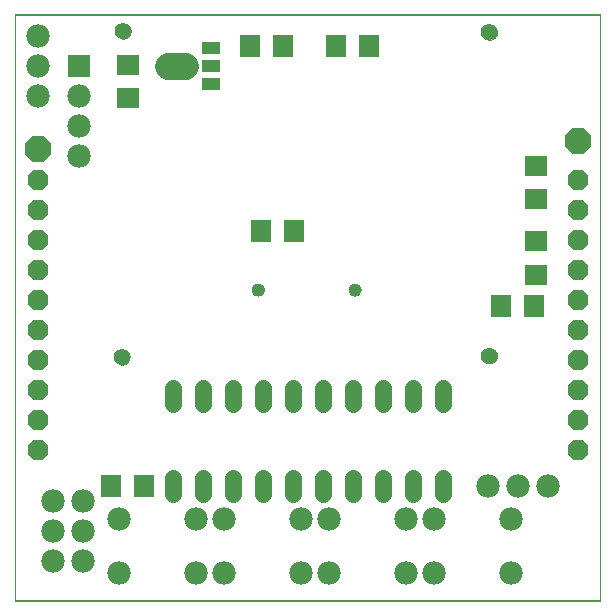
<source format=gbs>
G75*
G70*
%OFA0B0*%
%FSLAX24Y24*%
%IPPOS*%
%LPD*%
%AMOC8*
5,1,8,0,0,1.08239X$1,22.5*
%
%ADD10C,0.0000*%
%ADD11C,0.0434*%
%ADD12C,0.0552*%
%ADD13R,0.0670X0.0749*%
%ADD14OC8,0.0670*%
%ADD15R,0.0750X0.0670*%
%ADD16R,0.0749X0.0670*%
%ADD17OC8,0.0890*%
%ADD18R,0.0780X0.0780*%
%ADD19C,0.0780*%
%ADD20C,0.0560*%
%ADD21R,0.0670X0.0750*%
%ADD22C,0.0906*%
%ADD23R,0.0620X0.0413*%
D10*
X000736Y000100D02*
X000736Y019663D01*
X020252Y019663D01*
X020252Y000100D01*
X000736Y000100D01*
X000750Y000128D02*
X000750Y019628D01*
X020250Y019628D01*
X020250Y000128D01*
X000750Y000128D01*
X004056Y008245D02*
X004058Y008276D01*
X004064Y008307D01*
X004073Y008337D01*
X004086Y008366D01*
X004103Y008393D01*
X004123Y008417D01*
X004145Y008439D01*
X004171Y008458D01*
X004198Y008474D01*
X004227Y008486D01*
X004257Y008495D01*
X004288Y008500D01*
X004320Y008501D01*
X004351Y008498D01*
X004382Y008491D01*
X004412Y008481D01*
X004440Y008467D01*
X004466Y008449D01*
X004490Y008429D01*
X004511Y008405D01*
X004530Y008380D01*
X004545Y008352D01*
X004556Y008323D01*
X004564Y008292D01*
X004568Y008261D01*
X004568Y008229D01*
X004564Y008198D01*
X004556Y008167D01*
X004545Y008138D01*
X004530Y008110D01*
X004511Y008085D01*
X004490Y008061D01*
X004466Y008041D01*
X004440Y008023D01*
X004412Y008009D01*
X004382Y007999D01*
X004351Y007992D01*
X004320Y007989D01*
X004288Y007990D01*
X004257Y007995D01*
X004227Y008004D01*
X004198Y008016D01*
X004171Y008032D01*
X004145Y008051D01*
X004123Y008073D01*
X004103Y008097D01*
X004086Y008124D01*
X004073Y008153D01*
X004064Y008183D01*
X004058Y008214D01*
X004056Y008245D01*
X008643Y010489D02*
X008645Y010516D01*
X008651Y010543D01*
X008660Y010569D01*
X008673Y010593D01*
X008689Y010616D01*
X008708Y010635D01*
X008730Y010652D01*
X008754Y010666D01*
X008779Y010676D01*
X008806Y010683D01*
X008833Y010686D01*
X008861Y010685D01*
X008888Y010680D01*
X008914Y010672D01*
X008938Y010660D01*
X008961Y010644D01*
X008982Y010626D01*
X008999Y010605D01*
X009014Y010581D01*
X009025Y010556D01*
X009033Y010530D01*
X009037Y010503D01*
X009037Y010475D01*
X009033Y010448D01*
X009025Y010422D01*
X009014Y010397D01*
X008999Y010373D01*
X008982Y010352D01*
X008961Y010334D01*
X008939Y010318D01*
X008914Y010306D01*
X008888Y010298D01*
X008861Y010293D01*
X008833Y010292D01*
X008806Y010295D01*
X008779Y010302D01*
X008754Y010312D01*
X008730Y010326D01*
X008708Y010343D01*
X008689Y010362D01*
X008673Y010385D01*
X008660Y010409D01*
X008651Y010435D01*
X008645Y010462D01*
X008643Y010489D01*
X011871Y010489D02*
X011873Y010516D01*
X011879Y010543D01*
X011888Y010569D01*
X011901Y010593D01*
X011917Y010616D01*
X011936Y010635D01*
X011958Y010652D01*
X011982Y010666D01*
X012007Y010676D01*
X012034Y010683D01*
X012061Y010686D01*
X012089Y010685D01*
X012116Y010680D01*
X012142Y010672D01*
X012166Y010660D01*
X012189Y010644D01*
X012210Y010626D01*
X012227Y010605D01*
X012242Y010581D01*
X012253Y010556D01*
X012261Y010530D01*
X012265Y010503D01*
X012265Y010475D01*
X012261Y010448D01*
X012253Y010422D01*
X012242Y010397D01*
X012227Y010373D01*
X012210Y010352D01*
X012189Y010334D01*
X012167Y010318D01*
X012142Y010306D01*
X012116Y010298D01*
X012089Y010293D01*
X012061Y010292D01*
X012034Y010295D01*
X012007Y010302D01*
X011982Y010312D01*
X011958Y010326D01*
X011936Y010343D01*
X011917Y010362D01*
X011901Y010385D01*
X011888Y010409D01*
X011879Y010435D01*
X011873Y010462D01*
X011871Y010489D01*
X016300Y008284D02*
X016302Y008315D01*
X016308Y008346D01*
X016317Y008376D01*
X016330Y008405D01*
X016347Y008432D01*
X016367Y008456D01*
X016389Y008478D01*
X016415Y008497D01*
X016442Y008513D01*
X016471Y008525D01*
X016501Y008534D01*
X016532Y008539D01*
X016564Y008540D01*
X016595Y008537D01*
X016626Y008530D01*
X016656Y008520D01*
X016684Y008506D01*
X016710Y008488D01*
X016734Y008468D01*
X016755Y008444D01*
X016774Y008419D01*
X016789Y008391D01*
X016800Y008362D01*
X016808Y008331D01*
X016812Y008300D01*
X016812Y008268D01*
X016808Y008237D01*
X016800Y008206D01*
X016789Y008177D01*
X016774Y008149D01*
X016755Y008124D01*
X016734Y008100D01*
X016710Y008080D01*
X016684Y008062D01*
X016656Y008048D01*
X016626Y008038D01*
X016595Y008031D01*
X016564Y008028D01*
X016532Y008029D01*
X016501Y008034D01*
X016471Y008043D01*
X016442Y008055D01*
X016415Y008071D01*
X016389Y008090D01*
X016367Y008112D01*
X016347Y008136D01*
X016330Y008163D01*
X016317Y008192D01*
X016308Y008222D01*
X016302Y008253D01*
X016300Y008284D01*
X016300Y019071D02*
X016302Y019102D01*
X016308Y019133D01*
X016317Y019163D01*
X016330Y019192D01*
X016347Y019219D01*
X016367Y019243D01*
X016389Y019265D01*
X016415Y019284D01*
X016442Y019300D01*
X016471Y019312D01*
X016501Y019321D01*
X016532Y019326D01*
X016564Y019327D01*
X016595Y019324D01*
X016626Y019317D01*
X016656Y019307D01*
X016684Y019293D01*
X016710Y019275D01*
X016734Y019255D01*
X016755Y019231D01*
X016774Y019206D01*
X016789Y019178D01*
X016800Y019149D01*
X016808Y019118D01*
X016812Y019087D01*
X016812Y019055D01*
X016808Y019024D01*
X016800Y018993D01*
X016789Y018964D01*
X016774Y018936D01*
X016755Y018911D01*
X016734Y018887D01*
X016710Y018867D01*
X016684Y018849D01*
X016656Y018835D01*
X016626Y018825D01*
X016595Y018818D01*
X016564Y018815D01*
X016532Y018816D01*
X016501Y018821D01*
X016471Y018830D01*
X016442Y018842D01*
X016415Y018858D01*
X016389Y018877D01*
X016367Y018899D01*
X016347Y018923D01*
X016330Y018950D01*
X016317Y018979D01*
X016308Y019009D01*
X016302Y019040D01*
X016300Y019071D01*
X004095Y019111D02*
X004097Y019142D01*
X004103Y019173D01*
X004112Y019203D01*
X004125Y019232D01*
X004142Y019259D01*
X004162Y019283D01*
X004184Y019305D01*
X004210Y019324D01*
X004237Y019340D01*
X004266Y019352D01*
X004296Y019361D01*
X004327Y019366D01*
X004359Y019367D01*
X004390Y019364D01*
X004421Y019357D01*
X004451Y019347D01*
X004479Y019333D01*
X004505Y019315D01*
X004529Y019295D01*
X004550Y019271D01*
X004569Y019246D01*
X004584Y019218D01*
X004595Y019189D01*
X004603Y019158D01*
X004607Y019127D01*
X004607Y019095D01*
X004603Y019064D01*
X004595Y019033D01*
X004584Y019004D01*
X004569Y018976D01*
X004550Y018951D01*
X004529Y018927D01*
X004505Y018907D01*
X004479Y018889D01*
X004451Y018875D01*
X004421Y018865D01*
X004390Y018858D01*
X004359Y018855D01*
X004327Y018856D01*
X004296Y018861D01*
X004266Y018870D01*
X004237Y018882D01*
X004210Y018898D01*
X004184Y018917D01*
X004162Y018939D01*
X004142Y018963D01*
X004125Y018990D01*
X004112Y019019D01*
X004103Y019049D01*
X004097Y019080D01*
X004095Y019111D01*
D11*
X008840Y010489D03*
X012068Y010489D03*
D12*
X016556Y008284D03*
X016556Y019071D03*
X004351Y019111D03*
X004312Y008245D03*
D13*
X003949Y003943D03*
X005051Y003943D03*
X008949Y012443D03*
X010051Y012443D03*
X009673Y018612D03*
X008571Y018612D03*
X011438Y018614D03*
X012540Y018614D03*
D14*
X019500Y014128D03*
X019500Y013128D03*
X019500Y012128D03*
X019500Y011128D03*
X019500Y010128D03*
X019500Y009128D03*
X019500Y008128D03*
X019500Y007128D03*
X019500Y006128D03*
X019500Y005128D03*
X001500Y005128D03*
X001500Y006128D03*
X001500Y007128D03*
X001500Y008128D03*
X001500Y009128D03*
X001500Y010128D03*
X001500Y011128D03*
X001500Y012128D03*
X001500Y013128D03*
X001500Y014128D03*
D15*
X018112Y012101D03*
X018112Y010981D03*
D16*
X018121Y013502D03*
X018121Y014604D03*
X004500Y016891D03*
X004500Y017994D03*
D17*
X001500Y015193D03*
X019500Y015443D03*
D18*
X002875Y017943D03*
D19*
X002875Y016943D03*
X002875Y015943D03*
X002875Y014943D03*
X001500Y016943D03*
X001500Y017943D03*
X001500Y018943D03*
X016500Y003943D03*
X017500Y003943D03*
X018500Y003943D03*
X017280Y002833D03*
X017280Y001053D03*
X014720Y001053D03*
X013780Y001053D03*
X013780Y002833D03*
X014720Y002833D03*
X011220Y002833D03*
X010280Y002833D03*
X010280Y001053D03*
X011220Y001053D03*
X007720Y001053D03*
X006780Y001053D03*
X006780Y002833D03*
X007720Y002833D03*
X004220Y002833D03*
X003000Y002443D03*
X003000Y003443D03*
X002000Y003443D03*
X002000Y002443D03*
X002000Y001443D03*
X003000Y001443D03*
X004220Y001053D03*
D20*
X005998Y003683D02*
X005998Y004203D01*
X006998Y004203D02*
X006998Y003683D01*
X007998Y003683D02*
X007998Y004203D01*
X008998Y004203D02*
X008998Y003683D01*
X009998Y003683D02*
X009998Y004203D01*
X010998Y004203D02*
X010998Y003683D01*
X011998Y003683D02*
X011998Y004203D01*
X012998Y004203D02*
X012998Y003683D01*
X013998Y003683D02*
X013998Y004203D01*
X014998Y004203D02*
X014998Y003683D01*
X014998Y006683D02*
X014998Y007203D01*
X013998Y007203D02*
X013998Y006683D01*
X012998Y006683D02*
X012998Y007203D01*
X011998Y007203D02*
X011998Y006683D01*
X010998Y006683D02*
X010998Y007203D01*
X009998Y007203D02*
X009998Y006683D01*
X008998Y006683D02*
X008998Y007203D01*
X007998Y007203D02*
X007998Y006683D01*
X006998Y006683D02*
X006998Y007203D01*
X005998Y007203D02*
X005998Y006683D01*
D21*
X016940Y009943D03*
X018060Y009943D03*
D22*
X006425Y017943D02*
X005835Y017943D01*
D23*
X007282Y017943D03*
X007282Y018533D03*
X007282Y017352D03*
M02*

</source>
